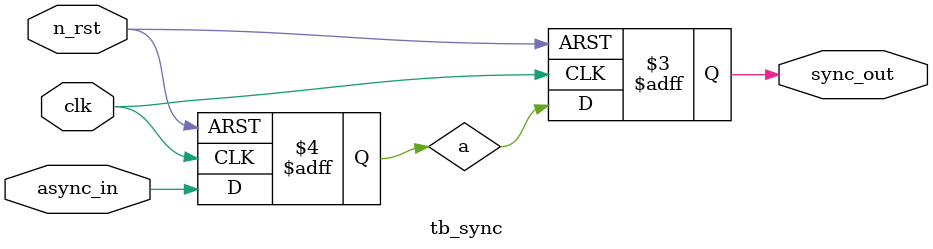
<source format=sv>

module tb_sync
  (
   input wire clk,
   input wire n_rst,
   input wire async_in,
   output reg sync_out
   );
   reg a;
   always_ff @ (posedge clk, negedge n_rst)
     begin
	if(1'b0 == n_rst)
	  begin
	     a <= 1'b0;
	     sync_out <= 1'b0;
	  end
	else
	  begin
	     a <= async_in;
	     sync_out <= a;
	  end
     end // always_ff @ (posedge clk, negedge n_rst)
 
  endmodule

</source>
